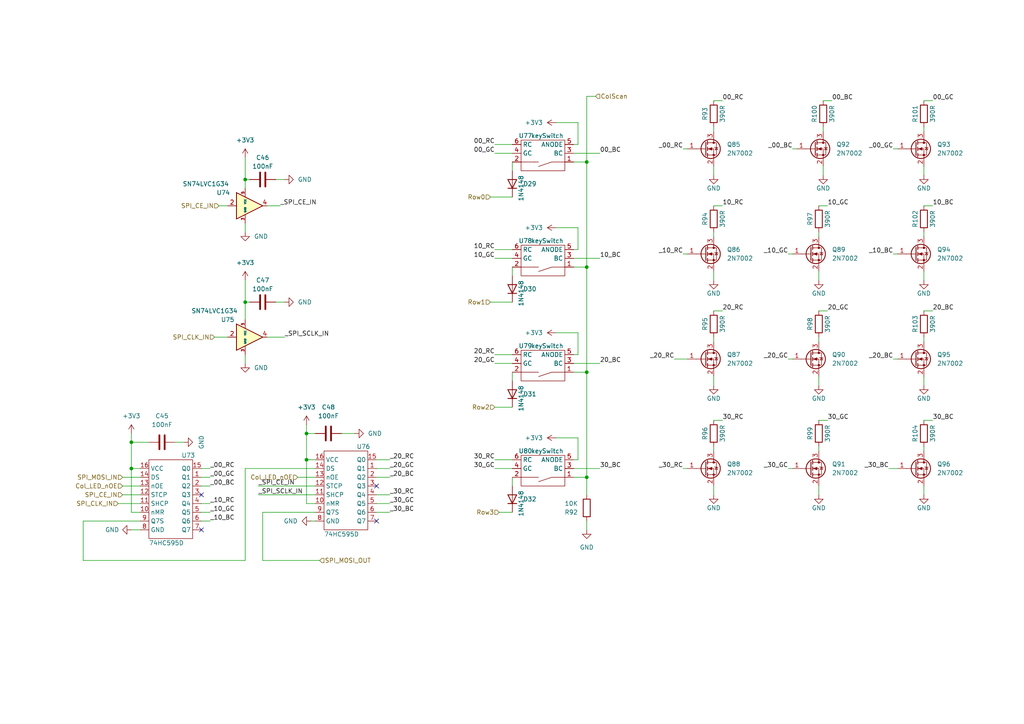
<source format=kicad_sch>
(kicad_sch (version 20211123) (generator eeschema)
  (paper "A4")
  (lib_symbols
    (symbol "Device:C" (pin_numbers hide) (pin_names (offset 0.254))
      (property "Reference" "C" (at 0.635 2.54 0))
      (property "Value" "C" (at 0.635 -2.54 0))
      (symbol "C_0_1"
        (polyline (pts (xy -2.032 -0.762) (xy 2.032 -0.762)) (stroke (width 0.508)))
        (polyline (pts (xy -2.032 0.762) (xy 2.032 0.762)) (stroke (width 0.508)))
      )
      (symbol "C_1_1"
        (pin passive line (at 0 3.81 270) (length 2.794) (name "~") (number "1"))
        (pin passive line (at 0 -3.81 90) (length 2.794) (name "~") (number "2"))
      )
    )
    (symbol "Device:R" (pin_numbers hide) (pin_names (offset 0))
      (property "Reference" "R" (at 2.032 0 90))
      (property "Value" "R" (at 0 0 90))
      (symbol "R_0_1"
        (rectangle (start -1.016 -2.54) (end 1.016 2.54) (stroke (width 0.254)))
      )
      (symbol "R_1_1"
        (pin passive line (at 0 3.81 270) (length 1.27) (name "~") (number "1"))
        (pin passive line (at 0 -3.81 90) (length 1.27) (name "~") (number "2"))
      )
    )
    (symbol "Diode:1N4148" (pin_numbers hide) (pin_names (offset 1.016) hide)
      (property "Reference" "D" (at 0 2.54 0))
      (property "Value" "1N4148" (at 0 -2.54 0))
      (symbol "1N4148_0_1"
        (polyline (pts (xy -1.27 1.27) (xy -1.27 -1.27)) (stroke (width 0.254)))
        (polyline (pts (xy 1.27 0) (xy -1.27 0)))
        (polyline (pts (xy 1.27 1.27) (xy 1.27 -1.27) (xy -1.27 0) (xy 1.27 1.27)) (stroke (width 0.254)))
      )
      (symbol "1N4148_1_1"
        (pin passive line (at -3.81 0 0) (length 2.54) (name "K") (number "1"))
        (pin passive line (at 3.81 0 180) (length 2.54) (name "A") (number "2"))
      )
    )
    (symbol "Transistor_FET:2N7002" (pin_names hide)
      (property "Reference" "Q" (at 5.08 1.905 0))
      (property "Value" "2N7002" (at 5.08 0 0))
      (symbol "2N7002_0_1"
        (polyline (pts (xy 0.254 0) (xy -2.54 0)))
        (polyline (pts (xy 0.254 1.905) (xy 0.254 -1.905)) (stroke (width 0.254)))
        (polyline (pts (xy 0.762 -1.27) (xy 0.762 -2.286)) (stroke (width 0.254)))
        (polyline (pts (xy 0.762 0.508) (xy 0.762 -0.508)) (stroke (width 0.254)))
        (polyline (pts (xy 0.762 2.286) (xy 0.762 1.27)) (stroke (width 0.254)))
        (polyline (pts (xy 2.54 2.54) (xy 2.54 1.778)))
        (polyline (pts (xy 2.54 -2.54) (xy 2.54 0) (xy 0.762 0)))
        (polyline (pts (xy 0.762 -1.778) (xy 3.302 -1.778) (xy 3.302 1.778) (xy 0.762 1.778)))
        (polyline (pts (xy 1.016 0) (xy 2.032 0.381) (xy 2.032 -0.381) (xy 1.016 0)) (fill (type outline)))
        (polyline (pts (xy 2.794 0.508) (xy 2.921 0.381) (xy 3.683 0.381) (xy 3.81 0.254)))
        (polyline (pts (xy 3.302 0.381) (xy 2.921 -0.254) (xy 3.683 -0.254) (xy 3.302 0.381)))
        (circle (center 1.651 0) (radius 2.794) (stroke (width 0.254)))
        (circle (center 2.54 -1.778) (radius 0.254) (fill (type outline)))
        (circle (center 2.54 1.778) (radius 0.254) (fill (type outline)))
      )
      (symbol "2N7002_1_1"
        (pin input line (at -5.08 0 0) (length 2.54) (name "G") (number "1"))
        (pin passive line (at 2.54 -5.08 90) (length 2.54) (name "S") (number "2"))
        (pin passive line (at 2.54 5.08 270) (length 2.54) (name "D") (number "3"))
      )
    )
    (symbol "User_Global_Symbols:74HC595D"
      (property "Reference" "U" (at 2.54 24.13 0))
      (property "Value" "74HC595D" (at 10.16 24.13 0))
      (symbol "74HC595D_0_1"
        (rectangle (start 2.54 0) (end 15.24 22.86))
      )
      (symbol "74HC595D_1_1"
        (pin output line (at 17.78 17.78 180) (length 2.54) (name "Q1") (number "1"))
        (pin input line (at 0 7.62 0) (length 2.54) (name "nMR") (number "10"))
        (pin input line (at 0 10.16 0) (length 2.54) (name "SHCP") (number "11"))
        (pin input line (at 0 12.7 0) (length 2.54) (name "STCP") (number "12"))
        (pin input line (at 0 15.24 0) (length 2.54) (name "nOE") (number "13"))
        (pin input line (at 0 17.78 0) (length 2.54) (name "DS") (number "14"))
        (pin output line (at 17.78 20.32 180) (length 2.54) (name "Q0") (number "15"))
        (pin power_in line (at 0 20.32 0) (length 2.54) (name "VCC") (number "16"))
        (pin output line (at 17.78 15.24 180) (length 2.54) (name "Q2") (number "2"))
        (pin output line (at 17.78 12.7 180) (length 2.54) (name "Q3") (number "3"))
        (pin output line (at 17.78 10.16 180) (length 2.54) (name "Q4") (number "4"))
        (pin output line (at 17.78 7.62 180) (length 2.54) (name "Q5") (number "5"))
        (pin output line (at 17.78 5.08 180) (length 2.54) (name "Q6") (number "6"))
        (pin output line (at 17.78 2.54 180) (length 2.54) (name "Q7") (number "7"))
        (pin power_in line (at 0 2.54 0) (length 2.54) (name "GND") (number "8"))
        (pin output line (at 0 5.08 0) (length 2.54) (name "Q7S") (number "9"))
      )
    )
    (symbol "User_Global_Symbols:SN74LVC1G34"
      (property "Reference" "U" (at 0 -3.81 0))
      (property "Value" "SN74LVC1G34" (at 0 -6.35 0))
      (symbol "SN74LVC1G34_0_1"
        (polyline (pts (xy 8.89 3.81) (xy 8.89 -3.81) (xy 16.51 0) (xy 8.89 3.81)) (stroke (width 0.254)) (fill (type background)))
      )
      (symbol "SN74LVC1G34_1_1"
        (pin no_connect line (at 2.54 5.08 0) (length 2.54) hide (name "NC") (number "1"))
        (pin input line (at 6.35 0 0) (length 2.54) (name "~") (number "2"))
        (pin power_in line (at 11.43 -5.08 90) (length 2.54) (name "GND") (number "3"))
        (pin output line (at 17.78 0 180) (length 1.27) (name "~") (number "4"))
        (pin power_in line (at 11.43 5.08 270) (length 2.54) (name "VCC") (number "5"))
      )
    )
    (symbol "User_Global_Symbols:keySwitch"
      (property "Reference" "U" (at 1.27 10.16 0))
      (property "Value" "keySwitch" (at 5.08 -1.27 0))
      (symbol "keySwitch_0_1"
        (polyline (pts (xy 7.62 6.35) (xy 8.89 6.35)))
        (polyline (pts (xy 8.89 6.35) (xy 12.7 6.35)))
        (polyline (pts (xy 0 6.35) (xy 3.81 6.35) (xy 7.62 7.62)))
        (rectangle (start 0 8.89) (end 12.7 0))
      )
      (symbol "keySwitch_1_1"
        (pin bidirectional line (at -2.54 6.35 0) (length 2.54) (name "") (number "1"))
        (pin bidirectional line (at 15.24 6.35 180) (length 2.54) (name "") (number "2"))
        (pin bidirectional line (at -2.54 3.81 0) (length 2.54) (name "BC") (number "3"))
        (pin bidirectional line (at 15.24 3.81 180) (length 2.54) (name "GC") (number "4"))
        (pin bidirectional line (at -2.54 1.27 0) (length 2.54) (name "ANODE") (number "5"))
        (pin bidirectional line (at 15.24 1.27 180) (length 2.54) (name "RC") (number "6"))
      )
    )
    (symbol "power:+3V3" (power) (pin_names (offset 0))
      (property "Value" "+3V3" (at 0 3.556 0))
      (symbol "+3V3_0_1"
        (polyline (pts (xy -0.762 1.27) (xy 0 2.54)))
        (polyline (pts (xy 0 0) (xy 0 2.54)))
        (polyline (pts (xy 0 2.54) (xy 0.762 1.27)))
      )
      (symbol "+3V3_1_1"
        (pin power_in line (at 0 0 90) (length 0) hide (name "+3V3") (number "1"))
      )
    )
    (symbol "power:GND" (power) (pin_names (offset 0))
      (property "Value" "GND" (at 0 -3.81 0))
      (symbol "GND_0_1"
        (polyline (pts (xy 0 0) (xy 0 -1.27) (xy 1.27 -1.27) (xy 0 -2.54) (xy -1.27 -1.27) (xy 0 -1.27)))
      )
      (symbol "GND_1_1"
        (pin power_in line (at 0 0 270) (length 0) hide (name "GND") (number "1"))
      )
    )
  )
  (junction (at 38.1 128.27))
  (junction (at 38.1 135.89))
  (junction (at 71.12 87.63))
  (junction (at 170.18 77.47))
  (junction (at 170.18 138.43))
  (junction (at 88.9 125.73))
  (junction (at 88.9 133.35))
  (junction (at 170.18 107.95))
  (junction (at 170.18 46.99))
  (junction (at 71.12 52.07))
  (no_connect (at 109.22 151.13))
  (no_connect (at 109.22 140.97))
  (no_connect (at 58.42 153.67))
  (no_connect (at 58.42 143.51))
  (wire (pts (xy 228.6 104.14) (xy 229.87 104.14)))
  (wire (pts (xy 60.96 135.89) (xy 58.42 135.89)))
  (wire (pts (xy 109.22 138.43) (xy 113.03 138.43)))
  (wire (pts (xy 270.51 59.69) (xy 267.97 59.69)))
  (wire (pts (xy 167.64 127) (xy 161.29 127)))
  (wire (pts (xy 267.97 109.22) (xy 267.97 111.76)))
  (wire (pts (xy 229.87 43.18) (xy 231.14 43.18)))
  (wire (pts (xy 71.12 87.63) (xy 72.39 87.63)))
  (wire (pts (xy 267.97 78.74) (xy 267.97 81.28)))
  (wire (pts (xy 267.97 36.83) (xy 267.97 38.1)))
  (wire (pts (xy 38.1 128.27) (xy 43.18 128.27)))
  (wire (pts (xy 228.6 135.89) (xy 229.87 135.89)))
  (wire (pts (xy 237.49 78.74) (xy 237.49 81.28)))
  (wire (pts (xy 148.59 74.93) (xy 143.51 74.93)))
  (wire (pts (xy 259.08 104.14) (xy 260.35 104.14)))
  (wire (pts (xy 148.59 80.01) (xy 148.59 77.47)))
  (wire (pts (xy 76.2 162.56) (xy 92.71 162.56)))
  (wire (pts (xy 77.47 97.79) (xy 82.55 97.79)))
  (wire (pts (xy 170.18 138.43) (xy 166.37 138.43)))
  (wire (pts (xy 60.96 138.43) (xy 58.42 138.43)))
  (wire (pts (xy 91.44 148.59) (xy 76.2 148.59)))
  (wire (pts (xy 207.01 129.54) (xy 207.01 130.81)))
  (wire (pts (xy 24.13 162.56) (xy 71.12 162.56)))
  (wire (pts (xy 142.24 87.63) (xy 148.59 87.63)))
  (wire (pts (xy 207.01 140.97) (xy 207.01 143.51)))
  (wire (pts (xy 88.9 125.73) (xy 88.9 133.35)))
  (wire (pts (xy 148.59 135.89) (xy 143.51 135.89)))
  (wire (pts (xy 144.78 148.59) (xy 148.59 148.59)))
  (wire (pts (xy 170.18 138.43) (xy 170.18 107.95)))
  (wire (pts (xy 40.64 148.59) (xy 38.1 148.59)))
  (wire (pts (xy 38.1 135.89) (xy 40.64 135.89)))
  (wire (pts (xy 109.22 143.51) (xy 113.03 143.51)))
  (wire (pts (xy 173.99 44.45) (xy 166.37 44.45)))
  (wire (pts (xy 237.49 140.97) (xy 237.49 143.51)))
  (wire (pts (xy 167.64 66.04) (xy 161.29 66.04)))
  (wire (pts (xy 71.12 135.89) (xy 91.44 135.89)))
  (wire (pts (xy 167.64 35.56) (xy 161.29 35.56)))
  (wire (pts (xy 35.56 143.51) (xy 40.64 143.51)))
  (wire (pts (xy 99.06 125.73) (xy 102.87 125.73)))
  (wire (pts (xy 198.12 73.66) (xy 199.39 73.66)))
  (wire (pts (xy 170.18 107.95) (xy 166.37 107.95)))
  (wire (pts (xy 142.24 57.15) (xy 148.59 57.15)))
  (wire (pts (xy 109.22 148.59) (xy 113.03 148.59)))
  (wire (pts (xy 170.18 151.13) (xy 170.18 153.67)))
  (wire (pts (xy 195.58 104.14) (xy 199.39 104.14)))
  (wire (pts (xy 60.96 148.59) (xy 58.42 148.59)))
  (wire (pts (xy 63.5 59.69) (xy 66.04 59.69)))
  (wire (pts (xy 80.01 87.63) (xy 82.55 87.63)))
  (wire (pts (xy 148.59 110.49) (xy 148.59 107.95)))
  (wire (pts (xy 148.59 49.53) (xy 148.59 46.99)))
  (wire (pts (xy 77.47 59.69) (xy 81.28 59.69)))
  (wire (pts (xy 170.18 27.94) (xy 172.72 27.94)))
  (wire (pts (xy 238.76 48.26) (xy 238.76 50.8)))
  (wire (pts (xy 88.9 123.19) (xy 88.9 125.73)))
  (wire (pts (xy 170.18 77.47) (xy 170.18 46.99)))
  (wire (pts (xy 167.64 133.35) (xy 167.64 127)))
  (wire (pts (xy 35.56 140.97) (xy 40.64 140.97)))
  (wire (pts (xy 170.18 138.43) (xy 170.18 143.51)))
  (wire (pts (xy 71.12 102.87) (xy 71.12 105.41)))
  (wire (pts (xy 148.59 105.41) (xy 143.51 105.41)))
  (wire (pts (xy 148.59 140.97) (xy 148.59 138.43)))
  (wire (pts (xy 38.1 153.67) (xy 40.64 153.67)))
  (wire (pts (xy 71.12 92.71) (xy 71.12 87.63)))
  (wire (pts (xy 259.08 43.18) (xy 260.35 43.18)))
  (wire (pts (xy 267.97 67.31) (xy 267.97 68.58)))
  (wire (pts (xy 267.97 97.79) (xy 267.97 99.06)))
  (wire (pts (xy 71.12 81.28) (xy 71.12 87.63)))
  (wire (pts (xy 209.55 59.69) (xy 207.01 59.69)))
  (wire (pts (xy 38.1 135.89) (xy 38.1 148.59)))
  (wire (pts (xy 167.64 72.39) (xy 167.64 66.04)))
  (wire (pts (xy 91.44 133.35) (xy 88.9 133.35)))
  (wire (pts (xy 237.49 109.22) (xy 237.49 111.76)))
  (wire (pts (xy 173.99 74.93) (xy 166.37 74.93)))
  (wire (pts (xy 143.51 118.11) (xy 148.59 118.11)))
  (wire (pts (xy 71.12 162.56) (xy 71.12 135.89)))
  (wire (pts (xy 207.01 48.26) (xy 207.01 50.8)))
  (wire (pts (xy 166.37 41.91) (xy 167.64 41.91)))
  (wire (pts (xy 170.18 107.95) (xy 170.18 77.47)))
  (wire (pts (xy 86.36 138.43) (xy 91.44 138.43)))
  (wire (pts (xy 267.97 140.97) (xy 267.97 143.51)))
  (wire (pts (xy 109.22 135.89) (xy 113.03 135.89)))
  (wire (pts (xy 259.08 73.66) (xy 260.35 73.66)))
  (wire (pts (xy 148.59 41.91) (xy 143.51 41.91)))
  (wire (pts (xy 173.99 135.89) (xy 166.37 135.89)))
  (wire (pts (xy 209.55 29.21) (xy 207.01 29.21)))
  (wire (pts (xy 148.59 44.45) (xy 143.51 44.45)))
  (wire (pts (xy 80.01 52.07) (xy 82.55 52.07)))
  (wire (pts (xy 207.01 36.83) (xy 207.01 38.1)))
  (wire (pts (xy 267.97 48.26) (xy 267.97 50.8)))
  (wire (pts (xy 88.9 125.73) (xy 91.44 125.73)))
  (wire (pts (xy 74.93 140.97) (xy 91.44 140.97)))
  (wire (pts (xy 270.51 90.17) (xy 267.97 90.17)))
  (wire (pts (xy 209.55 90.17) (xy 207.01 90.17)))
  (wire (pts (xy 88.9 146.05) (xy 88.9 133.35)))
  (wire (pts (xy 207.01 78.74) (xy 207.01 81.28)))
  (wire (pts (xy 91.44 151.13) (xy 90.17 151.13)))
  (wire (pts (xy 198.12 135.89) (xy 199.39 135.89)))
  (wire (pts (xy 241.3 29.21) (xy 238.76 29.21)))
  (wire (pts (xy 35.56 138.43) (xy 40.64 138.43)))
  (wire (pts (xy 109.22 146.05) (xy 113.03 146.05)))
  (wire (pts (xy 50.8 128.27) (xy 53.34 128.27)))
  (wire (pts (xy 148.59 72.39) (xy 143.51 72.39)))
  (wire (pts (xy 40.64 151.13) (xy 24.13 151.13)))
  (wire (pts (xy 71.12 64.77) (xy 71.12 67.31)))
  (wire (pts (xy 38.1 125.73) (xy 38.1 128.27)))
  (wire (pts (xy 267.97 129.54) (xy 267.97 130.81)))
  (wire (pts (xy 74.93 143.51) (xy 91.44 143.51)))
  (wire (pts (xy 91.44 146.05) (xy 88.9 146.05)))
  (wire (pts (xy 166.37 102.87) (xy 167.64 102.87)))
  (wire (pts (xy 240.03 90.17) (xy 237.49 90.17)))
  (wire (pts (xy 167.64 96.52) (xy 161.29 96.52)))
  (wire (pts (xy 71.12 54.61) (xy 71.12 52.07)))
  (wire (pts (xy 170.18 77.47) (xy 166.37 77.47)))
  (wire (pts (xy 270.51 29.21) (xy 267.97 29.21)))
  (wire (pts (xy 76.2 148.59) (xy 76.2 162.56)))
  (wire (pts (xy 198.12 43.18) (xy 199.39 43.18)))
  (wire (pts (xy 240.03 59.69) (xy 237.49 59.69)))
  (wire (pts (xy 237.49 129.54) (xy 237.49 130.81)))
  (wire (pts (xy 109.22 133.35) (xy 113.03 133.35)))
  (wire (pts (xy 240.03 121.92) (xy 237.49 121.92)))
  (wire (pts (xy 237.49 67.31) (xy 237.49 68.58)))
  (wire (pts (xy 257.81 135.89) (xy 260.35 135.89)))
  (wire (pts (xy 71.12 52.07) (xy 72.39 52.07)))
  (wire (pts (xy 166.37 133.35) (xy 167.64 133.35)))
  (wire (pts (xy 62.23 97.79) (xy 66.04 97.79)))
  (wire (pts (xy 238.76 36.83) (xy 238.76 38.1)))
  (wire (pts (xy 166.37 72.39) (xy 167.64 72.39)))
  (wire (pts (xy 60.96 146.05) (xy 58.42 146.05)))
  (wire (pts (xy 270.51 121.92) (xy 267.97 121.92)))
  (wire (pts (xy 167.64 102.87) (xy 167.64 96.52)))
  (wire (pts (xy 38.1 128.27) (xy 38.1 135.89)))
  (wire (pts (xy 228.6 73.66) (xy 229.87 73.66)))
  (wire (pts (xy 170.18 46.99) (xy 170.18 27.94)))
  (wire (pts (xy 173.99 105.41) (xy 166.37 105.41)))
  (wire (pts (xy 207.01 67.31) (xy 207.01 68.58)))
  (wire (pts (xy 237.49 97.79) (xy 237.49 99.06)))
  (wire (pts (xy 209.55 121.92) (xy 207.01 121.92)))
  (wire (pts (xy 24.13 151.13) (xy 24.13 162.56)))
  (wire (pts (xy 148.59 133.35) (xy 143.51 133.35)))
  (wire (pts (xy 167.64 41.91) (xy 167.64 35.56)))
  (wire (pts (xy 207.01 109.22) (xy 207.01 111.76)))
  (wire (pts (xy 71.12 45.72) (xy 71.12 52.07)))
  (wire (pts (xy 60.96 140.97) (xy 58.42 140.97)))
  (wire (pts (xy 60.96 151.13) (xy 58.42 151.13)))
  (wire (pts (xy 170.18 46.99) (xy 166.37 46.99)))
  (wire (pts (xy 207.01 97.79) (xy 207.01 99.06)))
  (wire (pts (xy 148.59 102.87) (xy 143.51 102.87)))
  (wire (pts (xy 34.29 146.05) (xy 40.64 146.05)))
  (label "_10_RC" (at 198.12 73.66 180))
  (label "10_RC" (at 143.51 72.39 180))
  (label "20_RC" (at 143.51 102.87 180))
  (label "10_BC" (at 173.99 74.93 0))
  (label "_00_BC" (at 229.87 43.18 180))
  (label "_10_RC" (at 60.96 146.05 0))
  (label "_10_BC" (at 259.08 73.66 180))
  (label "_20_RC" (at 195.58 104.14 180))
  (label "_10_BC" (at 60.96 151.13 0))
  (label "_20_RC" (at 113.03 133.35 0))
  (label "30_BC" (at 173.99 135.89 0))
  (label "_30_BC" (at 257.81 135.89 180))
  (label "10_GC" (at 143.51 74.93 180))
  (label "00_BC" (at 173.99 44.45 0))
  (label "_20_GC" (at 113.03 135.89 0))
  (label "_20_BC" (at 113.03 138.43 0))
  (label "20_GC" (at 143.51 105.41 180))
  (label "_00_GC" (at 259.08 43.18 180))
  (label "20_RC" (at 209.55 90.17 0))
  (label "30_RC" (at 209.55 121.92 0))
  (label "00_GC" (at 143.51 44.45 180))
  (label "30_RC" (at 143.51 133.35 180))
  (label "_30_BC" (at 113.03 148.59 0))
  (label "20_BC" (at 270.51 90.17 0))
  (label "_00_GC" (at 60.96 138.43 0))
  (label "_10_GC" (at 60.96 148.59 0))
  (label "10_BC" (at 270.51 59.69 0))
  (label "00_RC" (at 143.51 41.91 180))
  (label "00_GC" (at 270.51 29.21 0))
  (label "_00_RC" (at 198.12 43.18 180))
  (label "_SPI_CE_IN" (at 74.93 140.97 0))
  (label "_00_BC" (at 60.96 140.97 0))
  (label "_20_BC" (at 259.08 104.14 180))
  (label "30_GC" (at 240.03 121.92 0))
  (label "20_BC" (at 173.99 105.41 0))
  (label "_30_GC" (at 113.03 146.05 0))
  (label "_30_RC" (at 113.03 143.51 0))
  (label "_20_GC" (at 228.6 104.14 180))
  (label "_SPI_CE_IN" (at 81.28 59.69 0))
  (label "00_BC" (at 241.3 29.21 0))
  (label "_30_GC" (at 228.6 135.89 180))
  (label "_SPI_SCLK_IN" (at 74.93 143.51 0))
  (label "_10_GC" (at 228.6 73.66 180))
  (label "10_GC" (at 240.03 59.69 0))
  (label "_30_RC" (at 198.12 135.89 180))
  (label "_SPI_SCLK_IN" (at 82.55 97.79 0))
  (label "_00_RC" (at 60.96 135.89 0))
  (label "00_RC" (at 209.55 29.21 0))
  (label "20_GC" (at 240.03 90.17 0))
  (label "10_RC" (at 209.55 59.69 0))
  (label "30_GC" (at 143.51 135.89 180))
  (label "30_BC" (at 270.51 121.92 0))
  (hierarchical_label "ColScan" (shape input) (at 172.72 27.94 0))
  (hierarchical_label "SPI_CE_IN" (shape input) (at 35.56 143.51 180))
  (hierarchical_label "Row3" (shape input) (at 144.78 148.59 180))
  (hierarchical_label "Row0" (shape input) (at 142.24 57.15 180))
  (hierarchical_label "SPI_MOSI_OUT" (shape input) (at 92.71 162.56 0))
  (hierarchical_label "SPI_CLK_IN" (shape input) (at 62.23 97.79 180))
  (hierarchical_label "SPI_MOSI_IN" (shape input) (at 35.56 138.43 180))
  (hierarchical_label "Row2" (shape input) (at 143.51 118.11 180))
  (hierarchical_label "Col_LED_nOE" (shape input) (at 86.36 138.43 180))
  (hierarchical_label "Row1" (shape input) (at 142.24 87.63 180))
  (hierarchical_label "Col_LED_nOE" (shape input) (at 35.56 140.97 180))
  (hierarchical_label "SPI_CLK_IN" (shape input) (at 34.29 146.05 180))
  (hierarchical_label "SPI_CE_IN" (shape input) (at 63.5 59.69 180))
  (symbol (lib_id "Transistor_FET:2N7002") (at 234.95 73.66 0) (unit 1)
    (property "Reference" "Q89" (at 241.3 72.3899 0) (effects (justify left)))
    (property "Value" "2N7002" (at 241.3 74.9299 0) (effects (justify left)))
    (property "Footprint" "Package_TO_SOT_SMD:SOT-23" (effects hide))
    (property "Datasheet" "https://www.onsemi.com/pub/Collateral/NDS7002A-D.PDF" (effects hide))
  )
  (symbol (lib_id "power:GND") (at 170.18 153.67 0) (unit 1)
    (property "Reference" "#PWR0269" (effects hide))
    (property "Value" "GND" (at 170.18 158.75 0))
  )
  (symbol (lib_id "power:+3V3") (at 161.29 96.52 90) (unit 1)
    (property "Reference" "#PWR0267" (effects hide))
    (property "Value" "+3V3" (at 157.48 96.5201 90) (effects (justify left)))
  )
  (symbol (lib_id "power:+3V3") (at 161.29 35.56 90) (unit 1)
    (property "Reference" "#PWR0265" (effects hide))
    (property "Value" "+3V3" (at 157.48 35.5601 90) (effects (justify left)))
  )
  (symbol (lib_id "power:+3V3") (at 38.1 125.73 0) (unit 1)
    (property "Reference" "#PWR0253" (effects hide))
    (property "Value" "+3V3" (at 38.1 120.65 0))
  )
  (symbol (lib_id "Device:R") (at 267.97 125.73 180) (unit 1)
    (property "Reference" "R104" (at 265.43 125.73 90))
    (property "Value" "390R" (at 270.51 125.73 90))
    (property "Footprint" "Resistor_SMD:R_0603_1608Metric" (effects hide))
    (property "LCSC" "C23151" (effects hide))
  )
  (symbol (lib_id "User_Global_Symbols:keySwitch") (at 163.83 71.12 180) (unit 1)
    (property "Reference" "U78" (at 152.4 69.85 0))
    (property "Value" "keySwitch" (at 158.75 69.85 0))
    (property "Footprint" "User_Global_Library:KEYBOARD_SWITCH" (effects hide))
  )
  (symbol (lib_id "Transistor_FET:2N7002") (at 236.22 43.18 0) (unit 1)
    (property "Reference" "Q92" (at 242.57 41.9099 0) (effects (justify left)))
    (property "Value" "2N7002" (at 242.57 44.4499 0) (effects (justify left)))
    (property "Footprint" "Package_TO_SOT_SMD:SOT-23" (effects hide))
    (property "Datasheet" "https://www.onsemi.com/pub/Collateral/NDS7002A-D.PDF" (effects hide))
  )
  (symbol (lib_id "Device:R") (at 207.01 33.02 180) (unit 1)
    (property "Reference" "R93" (at 204.47 33.02 90))
    (property "Value" "390R" (at 209.55 33.02 90))
    (property "Footprint" "Resistor_SMD:R_0603_1608Metric" (effects hide))
    (property "LCSC" "C23151" (effects hide))
  )
  (symbol (lib_id "Device:R") (at 237.49 93.98 180) (unit 1)
    (property "Reference" "R98" (at 234.95 93.98 90))
    (property "Value" "390R" (at 240.03 93.98 90))
    (property "Footprint" "Resistor_SMD:R_0603_1608Metric" (effects hide))
    (property "LCSC" "C23151" (effects hide))
  )
  (symbol (lib_id "Transistor_FET:2N7002") (at 204.47 43.18 0) (unit 1)
    (property "Reference" "Q85" (at 210.82 41.9099 0) (effects (justify left)))
    (property "Value" "2N7002" (at 210.82 44.4499 0) (effects (justify left)))
    (property "Footprint" "Package_TO_SOT_SMD:SOT-23" (effects hide))
    (property "Datasheet" "https://www.onsemi.com/pub/Collateral/NDS7002A-D.PDF" (effects hide))
  )
  (symbol (lib_id "power:+3V3") (at 161.29 127 90) (unit 1)
    (property "Reference" "#PWR0268" (effects hide))
    (property "Value" "+3V3" (at 157.48 127.0001 90) (effects (justify left)))
  )
  (symbol (lib_id "power:+3V3") (at 71.12 45.72 0) (unit 1)
    (property "Reference" "#PWR0256" (effects hide))
    (property "Value" "+3V3" (at 71.12 40.64 0))
  )
  (symbol (lib_id "power:GND") (at 38.1 153.67 270) (unit 1)
    (property "Reference" "#PWR0254" (effects hide))
    (property "Value" "GND" (at 30.48 153.67 90) (effects (justify left)))
  )
  (symbol (lib_id "Device:R") (at 238.76 33.02 180) (unit 1)
    (property "Reference" "R100" (at 236.22 33.02 90))
    (property "Value" "390R" (at 241.3 33.02 90))
    (property "Footprint" "Resistor_SMD:R_0603_1608Metric" (effects hide))
    (property "LCSC" "C23151" (effects hide))
  )
  (symbol (lib_id "power:GND") (at 207.01 143.51 0) (unit 1)
    (property "Reference" "#PWR0273" (effects hide))
    (property "Value" "~" (at 207.01 147.32 0))
  )
  (symbol (lib_id "Diode:1N4148") (at 148.59 144.78 90) (unit 1)
    (property "Reference" "D32" (at 153.67 144.78 90))
    (property "Value" "1N4148" (at 151.13 146.05 0))
    (property "Footprint" "Diode_SMD:D_0603_1608Metric" (effects hide))
    (property "Datasheet" "https://assets.nexperia.com/documents/data-sheet/1N4148_1N4448.pdf" (effects hide))
  )
  (symbol (lib_id "power:+3V3") (at 88.9 123.19 0) (unit 1)
    (property "Reference" "#PWR0262" (effects hide))
    (property "Value" "+3V3" (at 88.9 118.11 0))
  )
  (symbol (lib_id "power:GND") (at 207.01 81.28 0) (unit 1)
    (property "Reference" "#PWR0271" (effects hide))
    (property "Value" "GND" (at 207.01 85.09 0))
  )
  (symbol (lib_id "Device:R") (at 207.01 63.5 180) (unit 1)
    (property "Reference" "R94" (at 204.47 63.5 90))
    (property "Value" "390R" (at 209.55 63.5 90))
    (property "Footprint" "Resistor_SMD:R_0603_1608Metric" (effects hide))
    (property "LCSC" "C23151" (effects hide))
  )
  (symbol (lib_id "power:GND") (at 267.97 111.76 0) (unit 1)
    (property "Reference" "#PWR0280" (effects hide))
    (property "Value" "GND" (at 267.97 115.57 0))
  )
  (symbol (lib_id "Device:R") (at 170.18 147.32 180) (unit 1)
    (property "Reference" "R92" (at 167.64 148.5901 0) (effects (justify left)))
    (property "Value" "10K" (at 167.64 146.05 0) (effects (justify left)))
    (property "Footprint" "Resistor_SMD:R_0603_1608Metric" (effects hide))
    (property "LCSC" "C25804" (effects hide))
  )
  (symbol (lib_id "Device:C") (at 76.2 52.07 90) (unit 1)
    (property "Reference" "C46" (at 76.2 45.72 90))
    (property "Value" "100nF" (at 76.2 48.26 90))
    (property "Footprint" "Capacitor_SMD:C_0603_1608Metric" (effects hide))
    (property "LCSC" "C14663" (effects hide))
  )
  (symbol (lib_id "Device:R") (at 267.97 63.5 180) (unit 1)
    (property "Reference" "R102" (at 265.43 63.5 90))
    (property "Value" "390R" (at 270.51 63.5 90))
    (property "Footprint" "Resistor_SMD:R_0603_1608Metric" (effects hide))
    (property "LCSC" "C23151" (effects hide))
  )
  (symbol (lib_id "Transistor_FET:2N7002") (at 234.95 104.14 0) (unit 1)
    (property "Reference" "Q90" (at 241.3 102.8699 0) (effects (justify left)))
    (property "Value" "2N7002" (at 241.3 105.4099 0) (effects (justify left)))
    (property "Footprint" "Package_TO_SOT_SMD:SOT-23" (effects hide))
    (property "Datasheet" "https://www.onsemi.com/pub/Collateral/NDS7002A-D.PDF" (effects hide))
  )
  (symbol (lib_id "power:+3V3") (at 71.12 81.28 0) (unit 1)
    (property "Reference" "#PWR0258" (effects hide))
    (property "Value" "+3V3" (at 71.12 76.2 0))
  )
  (symbol (lib_id "Device:R") (at 237.49 63.5 180) (unit 1)
    (property "Reference" "R97" (at 234.95 63.5 90))
    (property "Value" "390R" (at 240.03 63.5 90))
    (property "Footprint" "Resistor_SMD:R_0603_1608Metric" (effects hide))
    (property "LCSC" "C23151" (effects hide))
  )
  (symbol (lib_id "Diode:1N4148") (at 148.59 114.3 90) (unit 1)
    (property "Reference" "D31" (at 153.67 114.3 90))
    (property "Value" "1N4148" (at 151.13 115.57 0))
    (property "Footprint" "Diode_SMD:D_0603_1608Metric" (effects hide))
    (property "Datasheet" "https://assets.nexperia.com/documents/data-sheet/1N4148_1N4448.pdf" (effects hide))
  )
  (symbol (lib_id "Device:R") (at 237.49 125.73 180) (unit 1)
    (property "Reference" "R99" (at 234.95 125.73 90))
    (property "Value" "390R" (at 240.03 125.73 90))
    (property "Footprint" "Resistor_SMD:R_0603_1608Metric" (effects hide))
    (property "LCSC" "C23151" (effects hide))
  )
  (symbol (lib_id "User_Global_Symbols:SN74LVC1G34") (at 59.69 59.69 0) (unit 1)
    (property "Reference" "U74" (at 64.77 55.88 0))
    (property "Value" "SN74LVC1G34" (at 59.69 53.34 0))
    (property "Footprint" "Package_TO_SOT_SMD:SOT-23-5" (effects hide))
    (property "LCSC" "C840096" (effects hide))
  )
  (symbol (lib_id "Transistor_FET:2N7002") (at 265.43 135.89 0) (unit 1)
    (property "Reference" "Q96" (at 271.78 134.6199 0) (effects (justify left)))
    (property "Value" "2N7002" (at 271.78 137.1599 0) (effects (justify left)))
    (property "Footprint" "Package_TO_SOT_SMD:SOT-23" (effects hide))
    (property "Datasheet" "https://www.onsemi.com/pub/Collateral/NDS7002A-D.PDF" (effects hide))
  )
  (symbol (lib_id "Diode:1N4148") (at 148.59 53.34 90) (unit 1)
    (property "Reference" "D29" (at 153.67 53.34 90))
    (property "Value" "1N4148" (at 151.13 54.61 0))
    (property "Footprint" "Diode_SMD:D_0603_1608Metric" (effects hide))
    (property "Datasheet" "https://assets.nexperia.com/documents/data-sheet/1N4148_1N4448.pdf" (effects hide))
  )
  (symbol (lib_id "Device:R") (at 207.01 93.98 180) (unit 1)
    (property "Reference" "R95" (at 204.47 93.98 90))
    (property "Value" "390R" (at 209.55 93.98 90))
    (property "Footprint" "Resistor_SMD:R_0603_1608Metric" (effects hide))
    (property "LCSC" "C23151" (effects hide))
  )
  (symbol (lib_id "power:GND") (at 53.34 128.27 90) (unit 1)
    (property "Reference" "#PWR0255" (effects hide))
    (property "Value" "GND" (at 58.42 128.27 0))
  )
  (symbol (lib_id "User_Global_Symbols:SN74LVC1G34") (at 59.69 97.79 0) (unit 1)
    (property "Reference" "U75" (at 66.04 92.71 0))
    (property "Value" "SN74LVC1G34" (at 62.23 90.17 0))
    (property "Footprint" "Package_TO_SOT_SMD:SOT-23-5" (effects hide))
    (property "LCSC" "C840096" (effects hide))
  )
  (symbol (lib_id "Transistor_FET:2N7002") (at 265.43 104.14 0) (unit 1)
    (property "Reference" "Q95" (at 271.78 102.8699 0) (effects (justify left)))
    (property "Value" "2N7002" (at 271.78 105.4099 0) (effects (justify left)))
    (property "Footprint" "Package_TO_SOT_SMD:SOT-23" (effects hide))
    (property "Datasheet" "https://www.onsemi.com/pub/Collateral/NDS7002A-D.PDF" (effects hide))
  )
  (symbol (lib_id "power:GND") (at 207.01 50.8 0) (unit 1)
    (property "Reference" "#PWR0270" (effects hide))
    (property "Value" "GND" (at 207.01 54.61 0))
  )
  (symbol (lib_id "power:GND") (at 267.97 143.51 0) (unit 1)
    (property "Reference" "#PWR0281" (effects hide))
    (property "Value" "~" (at 267.97 147.32 0))
  )
  (symbol (lib_id "Transistor_FET:2N7002") (at 265.43 43.18 0) (unit 1)
    (property "Reference" "Q93" (at 271.78 41.9099 0) (effects (justify left)))
    (property "Value" "2N7002" (at 271.78 44.4499 0) (effects (justify left)))
    (property "Footprint" "Package_TO_SOT_SMD:SOT-23" (effects hide))
    (property "Datasheet" "https://www.onsemi.com/pub/Collateral/NDS7002A-D.PDF" (effects hide))
  )
  (symbol (lib_id "User_Global_Symbols:keySwitch") (at 163.83 40.64 180) (unit 1)
    (property "Reference" "U77" (at 152.4 39.37 0))
    (property "Value" "keySwitch" (at 158.75 39.37 0))
    (property "Footprint" "User_Global_Library:KEYBOARD_SWITCH" (effects hide))
  )
  (symbol (lib_id "power:GND") (at 237.49 143.51 0) (unit 1)
    (property "Reference" "#PWR0276" (effects hide))
    (property "Value" "~" (at 237.49 147.32 0))
  )
  (symbol (lib_id "power:GND") (at 237.49 81.28 0) (unit 1)
    (property "Reference" "#PWR0274" (effects hide))
    (property "Value" "GND" (at 237.49 85.09 0))
  )
  (symbol (lib_id "power:GND") (at 267.97 50.8 0) (unit 1)
    (property "Reference" "#PWR0278" (effects hide))
    (property "Value" "GND" (at 267.97 54.61 0))
  )
  (symbol (lib_id "Transistor_FET:2N7002") (at 265.43 73.66 0) (unit 1)
    (property "Reference" "Q94" (at 271.78 72.3899 0) (effects (justify left)))
    (property "Value" "2N7002" (at 271.78 74.9299 0) (effects (justify left)))
    (property "Footprint" "Package_TO_SOT_SMD:SOT-23" (effects hide))
    (property "Datasheet" "https://www.onsemi.com/pub/Collateral/NDS7002A-D.PDF" (effects hide))
  )
  (symbol (lib_id "Diode:1N4148") (at 148.59 83.82 90) (unit 1)
    (property "Reference" "D30" (at 153.67 83.82 90))
    (property "Value" "1N4148" (at 151.13 85.09 0))
    (property "Footprint" "Diode_SMD:D_0603_1608Metric" (effects hide))
    (property "Datasheet" "https://assets.nexperia.com/documents/data-sheet/1N4148_1N4448.pdf" (effects hide))
  )
  (symbol (lib_id "Transistor_FET:2N7002") (at 204.47 104.14 0) (unit 1)
    (property "Reference" "Q87" (at 210.82 102.8699 0) (effects (justify left)))
    (property "Value" "2N7002" (at 210.82 105.4099 0) (effects (justify left)))
    (property "Footprint" "Package_TO_SOT_SMD:SOT-23" (effects hide))
    (property "Datasheet" "https://www.onsemi.com/pub/Collateral/NDS7002A-D.PDF" (effects hide))
  )
  (symbol (lib_id "User_Global_Symbols:74HC595D") (at 40.64 156.21 0) (unit 1)
    (property "Reference" "U73" (at 54.61 132.08 0))
    (property "Value" "74HC595D" (at 48.26 157.48 0))
    (property "Footprint" "Package_SO:SOIC-16_3.9x9.9mm_P1.27mm" (effects hide))
    (property "LCSC" "C5947" (effects hide))
  )
  (symbol (lib_id "power:+3V3") (at 161.29 66.04 90) (unit 1)
    (property "Reference" "#PWR0266" (effects hide))
    (property "Value" "+3V3" (at 157.48 66.0401 90) (effects (justify left)))
  )
  (symbol (lib_id "Device:R") (at 267.97 33.02 180) (unit 1)
    (property "Reference" "R101" (at 265.43 33.02 90))
    (property "Value" "390R" (at 270.51 33.02 90))
    (property "Footprint" "Resistor_SMD:R_0603_1608Metric" (effects hide))
    (property "LCSC" "C23151" (effects hide))
  )
  (symbol (lib_id "Device:C") (at 76.2 87.63 90) (unit 1)
    (property "Reference" "C47" (at 76.2 81.28 90))
    (property "Value" "100nF" (at 76.2 83.82 90))
    (property "Footprint" "Capacitor_SMD:C_0603_1608Metric" (effects hide))
    (property "LCSC" "C14663" (effects hide))
  )
  (symbol (lib_id "power:GND") (at 102.87 125.73 90) (unit 1)
    (property "Reference" "#PWR0264" (effects hide))
    (property "Value" "GND" (at 106.68 125.7299 90) (effects (justify right)))
  )
  (symbol (lib_id "power:GND") (at 82.55 87.63 90) (unit 1)
    (property "Reference" "#PWR0261" (effects hide))
    (property "Value" "GND" (at 86.36 87.6299 90) (effects (justify right)))
  )
  (symbol (lib_id "Transistor_FET:2N7002") (at 234.95 135.89 0) (unit 1)
    (property "Reference" "Q91" (at 241.3 134.6199 0) (effects (justify left)))
    (property "Value" "2N7002" (at 241.3 137.1599 0) (effects (justify left)))
    (property "Footprint" "Package_TO_SOT_SMD:SOT-23" (effects hide))
    (property "Datasheet" "https://www.onsemi.com/pub/Collateral/NDS7002A-D.PDF" (effects hide))
  )
  (symbol (lib_id "power:GND") (at 71.12 105.41 0) (unit 1)
    (property "Reference" "#PWR0259" (effects hide))
    (property "Value" "GND" (at 73.66 106.6799 0) (effects (justify left)))
  )
  (symbol (lib_id "Device:R") (at 267.97 93.98 180) (unit 1)
    (property "Reference" "R103" (at 265.43 93.98 90))
    (property "Value" "390R" (at 270.51 93.98 90))
    (property "Footprint" "Resistor_SMD:R_0603_1608Metric" (effects hide))
    (property "LCSC" "C23151" (effects hide))
  )
  (symbol (lib_id "User_Global_Symbols:keySwitch") (at 163.83 132.08 180) (unit 1)
    (property "Reference" "U80" (at 152.4 130.81 0))
    (property "Value" "keySwitch" (at 158.75 130.81 0))
    (property "Footprint" "User_Global_Library:KEYBOARD_SWITCH" (effects hide))
  )
  (symbol (lib_id "User_Global_Symbols:74HC595D") (at 91.44 153.67 0) (unit 1)
    (property "Reference" "U76" (at 105.41 129.54 0))
    (property "Value" "74HC595D" (at 99.06 154.94 0))
    (property "Footprint" "Package_SO:SOIC-16_3.9x9.9mm_P1.27mm" (effects hide))
    (property "LCSC" "C5947" (effects hide))
  )
  (symbol (lib_id "power:GND") (at 71.12 67.31 0) (unit 1)
    (property "Reference" "#PWR0257" (effects hide))
    (property "Value" "GND" (at 73.66 68.5799 0) (effects (justify left)))
  )
  (symbol (lib_id "Transistor_FET:2N7002") (at 204.47 73.66 0) (unit 1)
    (property "Reference" "Q86" (at 210.82 72.3899 0) (effects (justify left)))
    (property "Value" "2N7002" (at 210.82 74.9299 0) (effects (justify left)))
    (property "Footprint" "Package_TO_SOT_SMD:SOT-23" (effects hide))
    (property "Datasheet" "https://www.onsemi.com/pub/Collateral/NDS7002A-D.PDF" (effects hide))
  )
  (symbol (lib_id "power:GND") (at 238.76 50.8 0) (unit 1)
    (property "Reference" "#PWR0277" (effects hide))
    (property "Value" "GND" (at 238.76 54.61 0))
  )
  (symbol (lib_id "power:GND") (at 267.97 81.28 0) (unit 1)
    (property "Reference" "#PWR0279" (effects hide))
    (property "Value" "GND" (at 267.97 85.09 0))
  )
  (symbol (lib_id "power:GND") (at 237.49 111.76 0) (unit 1)
    (property "Reference" "#PWR0275" (effects hide))
    (property "Value" "GND" (at 237.49 115.57 0))
  )
  (symbol (lib_id "power:GND") (at 90.17 151.13 270) (unit 1)
    (property "Reference" "#PWR0263" (effects hide))
    (property "Value" "GND" (at 86.36 151.1299 90) (effects (justify right)))
  )
  (symbol (lib_id "User_Global_Symbols:keySwitch") (at 163.83 101.6 180) (unit 1)
    (property "Reference" "U79" (at 152.4 100.33 0))
    (property "Value" "keySwitch" (at 158.75 100.33 0))
    (property "Footprint" "User_Global_Library:KEYBOARD_SWITCH" (effects hide))
  )
  (symbol (lib_id "Device:R") (at 207.01 125.73 180) (unit 1)
    (property "Reference" "R96" (at 204.47 125.73 90))
    (property "Value" "390R" (at 209.55 125.73 90))
    (property "Footprint" "Resistor_SMD:R_0603_1608Metric" (effects hide))
    (property "LCSC" "C23151" (effects hide))
  )
  (symbol (lib_id "Device:C") (at 95.25 125.73 90) (unit 1)
    (property "Reference" "C48" (at 95.25 118.11 90))
    (property "Value" "100nF" (at 95.25 120.65 90))
    (property "Footprint" "Capacitor_SMD:C_0603_1608Metric" (effects hide))
    (property "LCSC" "C14663" (effects hide))
  )
  (symbol (lib_id "Transistor_FET:2N7002") (at 204.47 135.89 0) (unit 1)
    (property "Reference" "Q88" (at 210.82 134.6199 0) (effects (justify left)))
    (property "Value" "2N7002" (at 210.82 137.1599 0) (effects (justify left)))
    (property "Footprint" "Package_TO_SOT_SMD:SOT-23" (effects hide))
    (property "Datasheet" "https://www.onsemi.com/pub/Collateral/NDS7002A-D.PDF" (effects hide))
  )
  (symbol (lib_id "power:GND") (at 82.55 52.07 90) (unit 1)
    (property "Reference" "#PWR0260" (effects hide))
    (property "Value" "GND" (at 86.36 52.0699 90) (effects (justify right)))
  )
  (symbol (lib_id "Device:C") (at 46.99 128.27 90) (unit 1)
    (property "Reference" "C45" (at 46.99 120.65 90))
    (property "Value" "100nF" (at 46.99 123.19 90))
    (property "Footprint" "Capacitor_SMD:C_0603_1608Metric" (effects hide))
    (property "LCSC" "C14663" (effects hide))
  )
  (symbol (lib_id "power:GND") (at 207.01 111.76 0) (unit 1)
    (property "Reference" "#PWR0272" (effects hide))
    (property "Value" "GND" (at 207.01 115.57 0))
  )
)
</source>
